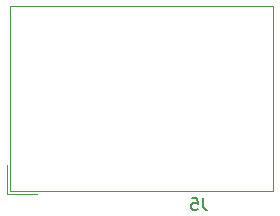
<source format=gbr>
G04 #@! TF.GenerationSoftware,KiCad,Pcbnew,5.1.4-e60b266~84~ubuntu18.04.1*
G04 #@! TF.CreationDate,2019-09-07T16:25:42+05:00*
G04 #@! TF.ProjectId,rck22,72636b32-322e-46b6-9963-61645f706362,rev?*
G04 #@! TF.SameCoordinates,Original*
G04 #@! TF.FileFunction,Legend,Bot*
G04 #@! TF.FilePolarity,Positive*
%FSLAX46Y46*%
G04 Gerber Fmt 4.6, Leading zero omitted, Abs format (unit mm)*
G04 Created by KiCad (PCBNEW 5.1.4-e60b266~84~ubuntu18.04.1) date 2019-09-07 16:25:42*
%MOMM*%
%LPD*%
G04 APERTURE LIST*
%ADD10C,0.120000*%
%ADD11C,0.150000*%
G04 APERTURE END LIST*
D10*
X104364600Y-55827800D02*
X104364600Y-71527800D01*
X104364600Y-55827800D02*
X126564600Y-55827800D01*
X126564600Y-71527800D02*
X126564600Y-55827800D01*
X104364600Y-71527800D02*
X126564600Y-71527800D01*
X104114600Y-69277800D02*
X104114600Y-71777800D01*
X104114600Y-71777800D02*
X106614600Y-71777800D01*
D11*
X120675993Y-72093840D02*
X120675993Y-72808126D01*
X120723612Y-72950983D01*
X120818850Y-73046221D01*
X120961707Y-73093840D01*
X121056945Y-73093840D01*
X119723612Y-72093840D02*
X120199802Y-72093840D01*
X120247421Y-72570031D01*
X120199802Y-72522412D01*
X120104564Y-72474793D01*
X119866469Y-72474793D01*
X119771231Y-72522412D01*
X119723612Y-72570031D01*
X119675993Y-72665269D01*
X119675993Y-72903364D01*
X119723612Y-72998602D01*
X119771231Y-73046221D01*
X119866469Y-73093840D01*
X120104564Y-73093840D01*
X120199802Y-73046221D01*
X120247421Y-72998602D01*
M02*

</source>
